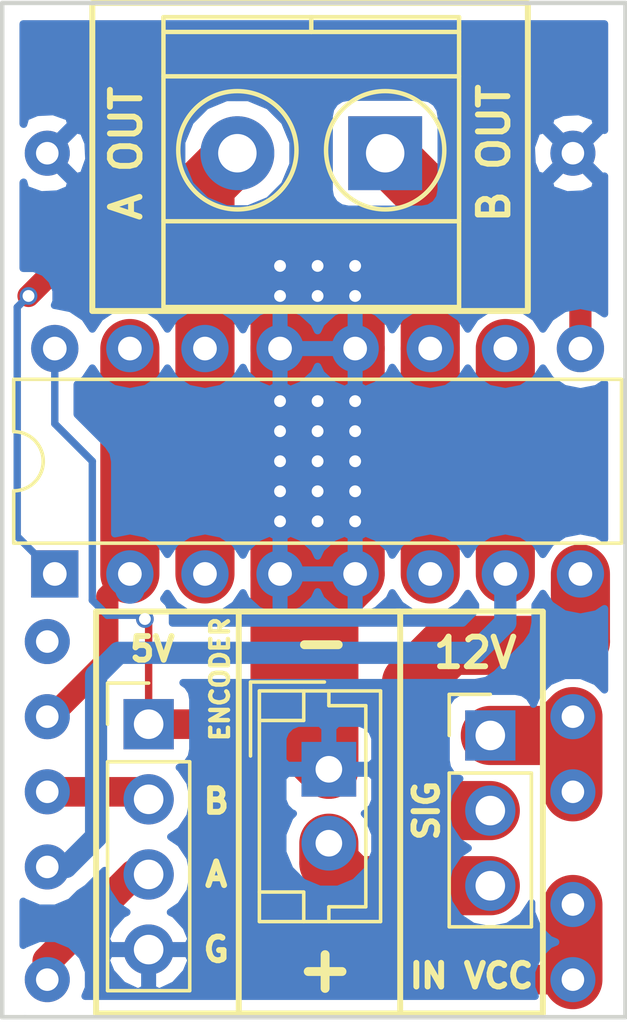
<source format=kicad_pcb>
(kicad_pcb (version 4) (host pcbnew 4.0.6+dfsg1-1)

  (general
    (links 25)
    (no_connects 0)
    (area 159.703 41.131 184.313 78.395)
    (thickness 1.6)
    (drawings 31)
    (tracks 126)
    (zones 0)
    (modules 6)
    (nets 13)
  )

  (page A4)
  (layers
    (0 F.Cu signal)
    (31 B.Cu signal)
    (32 B.Adhes user)
    (33 F.Adhes user)
    (34 B.Paste user)
    (35 F.Paste user)
    (36 B.SilkS user)
    (37 F.SilkS user)
    (38 B.Mask user)
    (39 F.Mask user)
    (40 Dwgs.User user)
    (41 Cmts.User user)
    (42 Eco1.User user)
    (43 Eco2.User user)
    (44 Edge.Cuts user)
    (45 Margin user)
    (46 B.CrtYd user hide)
    (47 F.CrtYd user)
    (48 B.Fab user)
    (49 F.Fab user hide)
  )

  (setup
    (last_trace_width 0.25)
    (user_trace_width 0.5)
    (user_trace_width 0.75)
    (user_trace_width 1)
    (user_trace_width 2)
    (user_trace_width 3)
    (trace_clearance 0.2)
    (zone_clearance 0.508)
    (zone_45_only no)
    (trace_min 0.2)
    (segment_width 0.2)
    (edge_width 0.15)
    (via_size 0.6)
    (via_drill 0.4)
    (via_min_size 0.4)
    (via_min_drill 0.3)
    (uvia_size 0.3)
    (uvia_drill 0.1)
    (uvias_allowed no)
    (uvia_min_size 0.2)
    (uvia_min_drill 0.1)
    (pcb_text_width 0.3)
    (pcb_text_size 1.5 1.5)
    (mod_edge_width 0.15)
    (mod_text_size 1 1)
    (mod_text_width 0.15)
    (pad_size 1.524 1.524)
    (pad_drill 0.762)
    (pad_to_mask_clearance 0.2)
    (aux_axis_origin 161.2138 77.2922)
    (visible_elements FFFFFF7F)
    (pcbplotparams
      (layerselection 0x010f0_80000001)
      (usegerberextensions true)
      (excludeedgelayer true)
      (linewidth 0.100000)
      (plotframeref false)
      (viasonmask false)
      (mode 1)
      (useauxorigin true)
      (hpglpennumber 1)
      (hpglpenspeed 20)
      (hpglpendiameter 15)
      (hpglpenoverlay 2)
      (psnegative false)
      (psa4output false)
      (plotreference true)
      (plotvalue true)
      (plotinvisibletext false)
      (padsonsilk false)
      (subtractmaskfromsilk false)
      (outputformat 1)
      (mirror false)
      (drillshape 0)
      (scaleselection 1)
      (outputdirectory Output/Plot/Gerber/))
  )

  (net 0 "")
  (net 1 12V)
  (net 2 VCC)
  (net 3 IN_VCC)
  (net 4 GND)
  (net 5 B_OUT)
  (net 6 A_OUT)
  (net 7 5V)
  (net 8 A_ENC)
  (net 9 A_PWM)
  (net 10 B_ENC)
  (net 11 B_PWM)
  (net 12 "Net-(U1-Pad1)")

  (net_class Default "This is the default net class."
    (clearance 0.2)
    (trace_width 0.25)
    (via_dia 0.6)
    (via_drill 0.4)
    (uvia_dia 0.3)
    (uvia_drill 0.1)
    (add_net 12V)
    (add_net 5V)
    (add_net A_ENC)
    (add_net A_OUT)
    (add_net A_PWM)
    (add_net B_ENC)
    (add_net B_OUT)
    (add_net B_PWM)
    (add_net GND)
    (add_net IN_VCC)
    (add_net "Net-(U1-Pad1)")
    (add_net VCC)
  )

  (module Aktuator_Module:Aktuator_Module (layer F.Cu) (tedit 5A89DA05) (tstamp 5A8F635E)
    (at 161.544 77.216)
    (path /5A8A015C)
    (attr virtual)
    (fp_text reference M1 (at 10.795 -1.27) (layer F.SilkS) hide
      (effects (font (size 1 1) (thickness 0.15)))
    )
    (fp_text value Aktuator_Module (at 10.16 -17.78) (layer F.Fab) hide
      (effects (font (size 1 1) (thickness 0.15)))
    )
    (fp_text user 5V (at 17.526 -2.54 90) (layer B.SilkS) hide
      (effects (font (size 1 1) (thickness 0.15)) (justify mirror))
    )
    (fp_text user S (at 2.794 -1.27) (layer B.SilkS) hide
      (effects (font (size 1 1) (thickness 0.15)) (justify mirror))
    )
    (fp_text user G (at 2.794 -29.21) (layer B.SilkS) hide
      (effects (font (size 1 1) (thickness 0.15)) (justify mirror))
    )
    (fp_text user G (at 17.526 -29.21) (layer B.SilkS) hide
      (effects (font (size 1 1) (thickness 0.15)) (justify mirror))
    )
    (fp_text user 12V (at 17.526 -8.89 90) (layer B.SilkS) hide
      (effects (font (size 1 1) (thickness 0.15)) (justify mirror))
    )
    (pad 1 thru_hole circle (at 19.05 -1.27) (size 1.524 1.524) (drill 0.762) (layers *.Cu *.Mask)
      (net 7 5V))
    (pad 1 thru_hole circle (at 19.05 -3.81) (size 1.524 1.524) (drill 0.762) (layers *.Cu *.Mask)
      (net 7 5V))
    (pad 2 thru_hole circle (at 19.05 -7.62) (size 1.524 1.524) (drill 0.762) (layers *.Cu *.Mask)
      (net 1 12V))
    (pad 2 thru_hole circle (at 19.05 -10.16) (size 1.524 1.524) (drill 0.762) (layers *.Cu *.Mask)
      (net 1 12V))
    (pad 3 thru_hole circle (at 1.27 -1.27) (size 1.524 1.524) (drill 0.762) (layers *.Cu *.Mask)
      (net 8 A_ENC))
    (pad 4 thru_hole circle (at 1.27 -29.21) (size 1.524 1.524) (drill 0.762) (layers *.Cu *.Mask)
      (net 4 GND))
    (pad 4 thru_hole circle (at 19.05 -29.21) (size 1.524 1.524) (drill 0.762) (layers *.Cu *.Mask)
      (net 4 GND))
    (pad 6 thru_hole circle (at 1.27 -5.08) (size 1.524 1.524) (drill 0.762) (layers *.Cu *.Mask)
      (net 11 B_PWM))
    (pad 7 thru_hole circle (at 1.27 -7.62) (size 1.524 1.524) (drill 0.762) (layers *.Cu *.Mask)
      (net 10 B_ENC))
    (pad 8 thru_hole circle (at 1.27 -10.16) (size 1.524 1.524) (drill 0.762) (layers *.Cu *.Mask)
      (net 9 A_PWM))
    (pad 9 thru_hole circle (at 1.27 -12.7) (size 1.524 1.524) (drill 0.762) (layers *.Cu *.Mask))
  )

  (module Pin_Headers:Pin_Header_Straight_1x03_Pitch2.54mm (layer F.Cu) (tedit 5A89D9F9) (tstamp 5A8F6322)
    (at 177.8 67.691)
    (descr "Through hole straight pin header, 1x03, 2.54mm pitch, single row")
    (tags "Through hole pin header THT 1x03 2.54mm single row")
    (path /5A8A09B5)
    (fp_text reference J1 (at 0.762 7.366) (layer F.SilkS) hide
      (effects (font (size 1 1) (thickness 0.15)))
    )
    (fp_text value CONN_01X03 (at 0 7.47) (layer F.Fab) hide
      (effects (font (size 1 1) (thickness 0.15)))
    )
    (fp_line (start -1.27 -1.27) (end -1.27 6.35) (layer F.Fab) (width 0.1))
    (fp_line (start -1.27 6.35) (end 1.27 6.35) (layer F.Fab) (width 0.1))
    (fp_line (start 1.27 6.35) (end 1.27 -1.27) (layer F.Fab) (width 0.1))
    (fp_line (start 1.27 -1.27) (end -1.27 -1.27) (layer F.Fab) (width 0.1))
    (fp_line (start -1.39 1.27) (end -1.39 6.47) (layer F.SilkS) (width 0.12))
    (fp_line (start -1.39 6.47) (end 1.39 6.47) (layer F.SilkS) (width 0.12))
    (fp_line (start 1.39 6.47) (end 1.39 1.27) (layer F.SilkS) (width 0.12))
    (fp_line (start 1.39 1.27) (end -1.39 1.27) (layer F.SilkS) (width 0.12))
    (fp_line (start -1.39 0) (end -1.39 -1.39) (layer F.SilkS) (width 0.12))
    (fp_line (start -1.39 -1.39) (end 0 -1.39) (layer F.SilkS) (width 0.12))
    (fp_line (start -1.6 -1.6) (end -1.6 6.6) (layer F.CrtYd) (width 0.05))
    (fp_line (start -1.6 6.6) (end 1.6 6.6) (layer F.CrtYd) (width 0.05))
    (fp_line (start 1.6 6.6) (end 1.6 -1.6) (layer F.CrtYd) (width 0.05))
    (fp_line (start 1.6 -1.6) (end -1.6 -1.6) (layer F.CrtYd) (width 0.05))
    (pad 1 thru_hole rect (at 0 0) (size 1.7 1.7) (drill 1) (layers *.Cu *.Mask)
      (net 1 12V))
    (pad 2 thru_hole oval (at 0 2.54) (size 1.7 1.7) (drill 1) (layers *.Cu *.Mask)
      (net 2 VCC))
    (pad 3 thru_hole oval (at 0 5.08) (size 1.7 1.7) (drill 1) (layers *.Cu *.Mask)
      (net 3 IN_VCC))
    (model Pin_Headers.3dshapes/Pin_Header_Straight_1x03_Pitch2.54mm.wrl
      (at (xyz 0 -0.1 0))
      (scale (xyz 1 1 1))
      (rotate (xyz 0 0 90))
    )
  )

  (module Connectors_Terminal_Blocks:TerminalBlock_Pheonix_MKDS1.5-2pol (layer F.Cu) (tedit 5A89DA07) (tstamp 5A8F634A)
    (at 174.244 48.006 180)
    (descr "2-way 5mm pitch terminal block, Phoenix MKDS series")
    (path /5A8A113D)
    (fp_text reference J3 (at 2.5 5.9 180) (layer F.SilkS) hide
      (effects (font (size 1 1) (thickness 0.15)))
    )
    (fp_text value Screw_Terminal_1x02 (at 2.5 -6.6 180) (layer F.Fab) hide
      (effects (font (size 1 1) (thickness 0.15)))
    )
    (fp_line (start -2.7 -5.4) (end 7.7 -5.4) (layer F.CrtYd) (width 0.05))
    (fp_line (start -2.7 4.8) (end -2.7 -5.4) (layer F.CrtYd) (width 0.05))
    (fp_line (start 7.7 4.8) (end -2.7 4.8) (layer F.CrtYd) (width 0.05))
    (fp_line (start 7.7 -5.4) (end 7.7 4.8) (layer F.CrtYd) (width 0.05))
    (fp_line (start 2.5 4.1) (end 2.5 4.6) (layer F.SilkS) (width 0.15))
    (fp_circle (center 5 0.1) (end 3 0.1) (layer F.SilkS) (width 0.15))
    (fp_circle (center 0 0.1) (end 2 0.1) (layer F.SilkS) (width 0.15))
    (fp_line (start -2.5 2.6) (end 7.5 2.6) (layer F.SilkS) (width 0.15))
    (fp_line (start -2.5 -2.3) (end 7.5 -2.3) (layer F.SilkS) (width 0.15))
    (fp_line (start -2.5 4.1) (end 7.5 4.1) (layer F.SilkS) (width 0.15))
    (fp_line (start -2.5 4.6) (end 7.5 4.6) (layer F.SilkS) (width 0.15))
    (fp_line (start 7.5 4.6) (end 7.5 -5.2) (layer F.SilkS) (width 0.15))
    (fp_line (start 7.5 -5.2) (end -2.5 -5.2) (layer F.SilkS) (width 0.15))
    (fp_line (start -2.5 -5.2) (end -2.5 4.6) (layer F.SilkS) (width 0.15))
    (pad 1 thru_hole rect (at 0 0 180) (size 2.5 2.5) (drill 1.3) (layers *.Cu *.Mask)
      (net 5 B_OUT))
    (pad 2 thru_hole circle (at 5 0 180) (size 2.5 2.5) (drill 1.3) (layers *.Cu *.Mask)
      (net 6 A_OUT))
    (model Terminal_Blocks.3dshapes/TerminalBlock_Pheonix_MKDS1.5-2pol.wrl
      (at (xyz 0.0984 0 0))
      (scale (xyz 1 1 1))
      (rotate (xyz 0 0 0))
    )
  )

  (module Housings_DIP:DIP-16_W7.62mm (layer F.Cu) (tedit 5A89D9FD) (tstamp 5A8F6381)
    (at 163.068 62.23 90)
    (descr "16-lead dip package, row spacing 7.62 mm (300 mils)")
    (tags "DIL DIP PDIP 2.54mm 7.62mm 300mil")
    (path /5A8A0355)
    (fp_text reference U1 (at 3.81 -2.39 90) (layer F.SilkS) hide
      (effects (font (size 1 1) (thickness 0.15)))
    )
    (fp_text value L293D (at 3.81 20.17 90) (layer F.Fab) hide
      (effects (font (size 1 1) (thickness 0.15)))
    )
    (fp_arc (start 3.81 -1.39) (end 2.81 -1.39) (angle -180) (layer F.SilkS) (width 0.12))
    (fp_line (start 1.635 -1.27) (end 6.985 -1.27) (layer F.Fab) (width 0.1))
    (fp_line (start 6.985 -1.27) (end 6.985 19.05) (layer F.Fab) (width 0.1))
    (fp_line (start 6.985 19.05) (end 0.635 19.05) (layer F.Fab) (width 0.1))
    (fp_line (start 0.635 19.05) (end 0.635 -0.27) (layer F.Fab) (width 0.1))
    (fp_line (start 0.635 -0.27) (end 1.635 -1.27) (layer F.Fab) (width 0.1))
    (fp_line (start 2.81 -1.39) (end 1.04 -1.39) (layer F.SilkS) (width 0.12))
    (fp_line (start 1.04 -1.39) (end 1.04 19.17) (layer F.SilkS) (width 0.12))
    (fp_line (start 1.04 19.17) (end 6.58 19.17) (layer F.SilkS) (width 0.12))
    (fp_line (start 6.58 19.17) (end 6.58 -1.39) (layer F.SilkS) (width 0.12))
    (fp_line (start 6.58 -1.39) (end 4.81 -1.39) (layer F.SilkS) (width 0.12))
    (fp_line (start -1.1 -1.6) (end -1.1 19.3) (layer F.CrtYd) (width 0.05))
    (fp_line (start -1.1 19.3) (end 8.7 19.3) (layer F.CrtYd) (width 0.05))
    (fp_line (start 8.7 19.3) (end 8.7 -1.6) (layer F.CrtYd) (width 0.05))
    (fp_line (start 8.7 -1.6) (end -1.1 -1.6) (layer F.CrtYd) (width 0.05))
    (pad 1 thru_hole rect (at 0 0 90) (size 1.6 1.6) (drill 0.8) (layers *.Cu *.Mask)
      (net 12 "Net-(U1-Pad1)"))
    (pad 9 thru_hole oval (at 7.62 17.78 90) (size 1.6 1.6) (drill 0.8) (layers *.Cu *.Mask)
      (net 12 "Net-(U1-Pad1)"))
    (pad 2 thru_hole oval (at 0 2.54 90) (size 1.6 1.6) (drill 0.8) (layers *.Cu *.Mask)
      (net 9 A_PWM))
    (pad 10 thru_hole oval (at 7.62 15.24 90) (size 1.6 1.6) (drill 0.8) (layers *.Cu *.Mask)
      (net 11 B_PWM))
    (pad 3 thru_hole oval (at 0 5.08 90) (size 1.6 1.6) (drill 0.8) (layers *.Cu *.Mask)
      (net 6 A_OUT))
    (pad 11 thru_hole oval (at 7.62 12.7 90) (size 1.6 1.6) (drill 0.8) (layers *.Cu *.Mask)
      (net 5 B_OUT))
    (pad 4 thru_hole oval (at 0 7.62 90) (size 1.6 1.6) (drill 0.8) (layers *.Cu *.Mask)
      (net 4 GND))
    (pad 12 thru_hole oval (at 7.62 10.16 90) (size 1.6 1.6) (drill 0.8) (layers *.Cu *.Mask)
      (net 4 GND))
    (pad 5 thru_hole oval (at 0 10.16 90) (size 1.6 1.6) (drill 0.8) (layers *.Cu *.Mask)
      (net 4 GND))
    (pad 13 thru_hole oval (at 7.62 7.62 90) (size 1.6 1.6) (drill 0.8) (layers *.Cu *.Mask)
      (net 4 GND))
    (pad 6 thru_hole oval (at 0 12.7 90) (size 1.6 1.6) (drill 0.8) (layers *.Cu *.Mask)
      (net 5 B_OUT))
    (pad 14 thru_hole oval (at 7.62 5.08 90) (size 1.6 1.6) (drill 0.8) (layers *.Cu *.Mask)
      (net 6 A_OUT))
    (pad 7 thru_hole oval (at 0 15.24 90) (size 1.6 1.6) (drill 0.8) (layers *.Cu *.Mask)
      (net 11 B_PWM))
    (pad 15 thru_hole oval (at 7.62 2.54 90) (size 1.6 1.6) (drill 0.8) (layers *.Cu *.Mask)
      (net 9 A_PWM))
    (pad 8 thru_hole oval (at 0 17.78 90) (size 1.6 1.6) (drill 0.8) (layers *.Cu *.Mask)
      (net 2 VCC))
    (pad 16 thru_hole oval (at 7.62 0 90) (size 1.6 1.6) (drill 0.8) (layers *.Cu *.Mask)
      (net 7 5V))
    (model Housings_DIP.3dshapes/DIP-16_W7.62mm.wrl
      (at (xyz 0 0 0))
      (scale (xyz 1 1 1))
      (rotate (xyz 0 0 0))
    )
  )

  (module Connectors_JST:JST_EH_B02B-EH-A_02x2.50mm_Straight (layer F.Cu) (tedit 5A89D9EF) (tstamp 5A9597E4)
    (at 172.339 68.834 270)
    (descr "JST EH series connector, B02B-EH-A, 2.50mm pitch, top entry")
    (tags "connector jst eh top vertical straight")
    (path /5A8A0B15)
    (fp_text reference J2 (at 1.25 -3 270) (layer F.SilkS) hide
      (effects (font (size 1 1) (thickness 0.15)))
    )
    (fp_text value Screw_Terminal_1x02 (at 1.25 3.5 270) (layer F.Fab) hide
      (effects (font (size 1 1) (thickness 0.15)))
    )
    (fp_text user %R (at 1.25 -3 270) (layer F.Fab)
      (effects (font (size 1 1) (thickness 0.15)))
    )
    (fp_line (start -2.5 -1.6) (end -2.5 2.2) (layer F.Fab) (width 0.1))
    (fp_line (start -2.5 2.2) (end 5 2.2) (layer F.Fab) (width 0.1))
    (fp_line (start 5 2.2) (end 5 -1.6) (layer F.Fab) (width 0.1))
    (fp_line (start 5 -1.6) (end -2.5 -1.6) (layer F.Fab) (width 0.1))
    (fp_line (start -2.65 -1.75) (end -2.65 2.35) (layer F.SilkS) (width 0.12))
    (fp_line (start -2.65 2.35) (end 5.15 2.35) (layer F.SilkS) (width 0.12))
    (fp_line (start 5.15 2.35) (end 5.15 -1.75) (layer F.SilkS) (width 0.12))
    (fp_line (start 5.15 -1.75) (end -2.65 -1.75) (layer F.SilkS) (width 0.12))
    (fp_line (start -2.65 0) (end -2.15 0) (layer F.SilkS) (width 0.12))
    (fp_line (start -2.15 0) (end -2.15 -1.25) (layer F.SilkS) (width 0.12))
    (fp_line (start -2.15 -1.25) (end 4.65 -1.25) (layer F.SilkS) (width 0.12))
    (fp_line (start 4.65 -1.25) (end 4.65 0) (layer F.SilkS) (width 0.12))
    (fp_line (start 4.65 0) (end 5.15 0) (layer F.SilkS) (width 0.12))
    (fp_line (start -2.65 0.85) (end -1.65 0.85) (layer F.SilkS) (width 0.12))
    (fp_line (start -1.65 0.85) (end -1.65 2.35) (layer F.SilkS) (width 0.12))
    (fp_line (start 5.15 0.85) (end 4.15 0.85) (layer F.SilkS) (width 0.12))
    (fp_line (start 4.15 0.85) (end 4.15 2.35) (layer F.SilkS) (width 0.12))
    (fp_line (start -2.95 0.15) (end -2.95 2.65) (layer F.SilkS) (width 0.12))
    (fp_line (start -2.95 2.65) (end -0.45 2.65) (layer F.SilkS) (width 0.12))
    (fp_line (start -2.95 0.15) (end -2.95 2.65) (layer F.Fab) (width 0.1))
    (fp_line (start -2.95 2.65) (end -0.45 2.65) (layer F.Fab) (width 0.1))
    (fp_line (start -3.15 -2.25) (end -3.15 2.85) (layer F.CrtYd) (width 0.05))
    (fp_line (start -3.15 2.85) (end 5.65 2.85) (layer F.CrtYd) (width 0.05))
    (fp_line (start 5.65 2.85) (end 5.65 -2.25) (layer F.CrtYd) (width 0.05))
    (fp_line (start 5.65 -2.25) (end -3.15 -2.25) (layer F.CrtYd) (width 0.05))
    (pad 1 thru_hole rect (at 0 0 270) (size 1.85 1.85) (drill 0.9) (layers *.Cu *.Mask)
      (net 4 GND))
    (pad 2 thru_hole circle (at 2.5 0 270) (size 1.85 1.85) (drill 0.9) (layers *.Cu *.Mask)
      (net 3 IN_VCC))
    (model Connectors_JST.3dshapes/JST_EH_B02B-EH-A_02x2.50mm_Straight.wrl
      (at (xyz 0 0 0))
      (scale (xyz 1 1 1))
      (rotate (xyz 0 0 0))
    )
  )

  (module Pin_Headers:Pin_Header_Straight_1x04_Pitch2.54mm (layer F.Cu) (tedit 5A89D9F6) (tstamp 5A959818)
    (at 166.243 67.31)
    (descr "Through hole straight pin header, 1x04, 2.54mm pitch, single row")
    (tags "Through hole pin header THT 1x04 2.54mm single row")
    (path /5A8A160B)
    (fp_text reference J4 (at 0 -2.39) (layer F.SilkS) hide
      (effects (font (size 1 1) (thickness 0.15)))
    )
    (fp_text value CONN_01X04 (at 0 10.01) (layer F.Fab) hide
      (effects (font (size 1 1) (thickness 0.15)))
    )
    (fp_line (start -1.27 -1.27) (end -1.27 8.89) (layer F.Fab) (width 0.1))
    (fp_line (start -1.27 8.89) (end 1.27 8.89) (layer F.Fab) (width 0.1))
    (fp_line (start 1.27 8.89) (end 1.27 -1.27) (layer F.Fab) (width 0.1))
    (fp_line (start 1.27 -1.27) (end -1.27 -1.27) (layer F.Fab) (width 0.1))
    (fp_line (start -1.39 1.27) (end -1.39 9.01) (layer F.SilkS) (width 0.12))
    (fp_line (start -1.39 9.01) (end 1.39 9.01) (layer F.SilkS) (width 0.12))
    (fp_line (start 1.39 9.01) (end 1.39 1.27) (layer F.SilkS) (width 0.12))
    (fp_line (start 1.39 1.27) (end -1.39 1.27) (layer F.SilkS) (width 0.12))
    (fp_line (start -1.39 0) (end -1.39 -1.39) (layer F.SilkS) (width 0.12))
    (fp_line (start -1.39 -1.39) (end 0 -1.39) (layer F.SilkS) (width 0.12))
    (fp_line (start -1.6 -1.6) (end -1.6 9.2) (layer F.CrtYd) (width 0.05))
    (fp_line (start -1.6 9.2) (end 1.6 9.2) (layer F.CrtYd) (width 0.05))
    (fp_line (start 1.6 9.2) (end 1.6 -1.6) (layer F.CrtYd) (width 0.05))
    (fp_line (start 1.6 -1.6) (end -1.6 -1.6) (layer F.CrtYd) (width 0.05))
    (pad 1 thru_hole rect (at 0 0) (size 1.7 1.7) (drill 1) (layers *.Cu *.Mask)
      (net 7 5V))
    (pad 2 thru_hole oval (at 0 2.54) (size 1.7 1.7) (drill 1) (layers *.Cu *.Mask)
      (net 10 B_ENC))
    (pad 3 thru_hole oval (at 0 5.08) (size 1.7 1.7) (drill 1) (layers *.Cu *.Mask)
      (net 8 A_ENC))
    (pad 4 thru_hole oval (at 0 7.62) (size 1.7 1.7) (drill 1) (layers *.Cu *.Mask)
      (net 4 GND))
    (model Pin_Headers.3dshapes/Pin_Header_Straight_1x04_Pitch2.54mm.wrl
      (at (xyz 0 -0.15 0))
      (scale (xyz 1 1 1))
      (rotate (xyz 0 0 90))
    )
  )

  (gr_line (start 179.07 42.926) (end 164.338 42.926) (angle 90) (layer F.SilkS) (width 0.2))
  (gr_line (start 179.07 53.34) (end 179.07 42.926) (angle 90) (layer F.SilkS) (width 0.2))
  (gr_line (start 164.338 53.34) (end 179.07 53.34) (angle 90) (layer F.SilkS) (width 0.2))
  (gr_line (start 164.338 42.926) (end 164.338 53.34) (angle 90) (layer F.SilkS) (width 0.2))
  (gr_text "B OUT" (at 177.927 48.006 90) (layer F.SilkS)
    (effects (font (size 1 1) (thickness 0.2)))
  )
  (gr_text "A OUT" (at 165.481 48.006 90) (layer F.SilkS)
    (effects (font (size 1 1) (thickness 0.2)))
  )
  (gr_text ENCODER (at 168.656 65.786 90) (layer F.SilkS)
    (effects (font (size 0.6 0.6) (thickness 0.15)))
  )
  (gr_text G (at 168.529 74.93) (layer F.SilkS)
    (effects (font (size 0.8 0.8) (thickness 0.2)))
  )
  (gr_text A (at 168.529 72.39) (layer F.SilkS)
    (effects (font (size 0.8 0.8) (thickness 0.2)))
  )
  (gr_text B (at 168.529 69.9135) (layer F.SilkS)
    (effects (font (size 0.8 0.8) (thickness 0.2)))
  )
  (gr_text 5V (at 166.37 64.77) (layer F.SilkS)
    (effects (font (size 0.8 0.8) (thickness 0.2)))
  )
  (gr_text SIG (at 175.641 70.231 90) (layer F.SilkS)
    (effects (font (size 0.8 0.8) (thickness 0.2)))
  )
  (gr_text 12V (at 177.292 64.897) (layer F.SilkS)
    (effects (font (size 1 1) (thickness 0.2)))
  )
  (gr_text "IN VCC" (at 177.165 75.819) (layer F.SilkS)
    (effects (font (size 0.8 0.8) (thickness 0.2)))
  )
  (gr_text + (at 172.212 75.565) (layer F.SilkS)
    (effects (font (size 1.5 1.5) (thickness 0.3)))
  )
  (gr_text - (at 172.085 64.516) (layer F.SilkS)
    (effects (font (size 1.5 1.5) (thickness 0.3)))
  )
  (gr_line (start 164.465 77.089) (end 169.291 77.089) (angle 90) (layer F.SilkS) (width 0.2))
  (gr_line (start 164.465 63.5) (end 164.465 77.089) (angle 90) (layer F.SilkS) (width 0.2))
  (gr_line (start 169.291 63.5) (end 164.465 63.5) (angle 90) (layer F.SilkS) (width 0.2))
  (gr_line (start 179.578 63.5) (end 174.625 63.5) (angle 90) (layer F.SilkS) (width 0.2))
  (gr_line (start 179.578 77.089) (end 179.578 63.5) (angle 90) (layer F.SilkS) (width 0.2))
  (gr_line (start 174.752 77.089) (end 179.578 77.089) (angle 90) (layer F.SilkS) (width 0.2))
  (gr_line (start 174.752 63.5) (end 169.291 63.5) (angle 90) (layer F.SilkS) (width 0.2))
  (gr_line (start 174.752 77.089) (end 174.752 63.5) (angle 90) (layer F.SilkS) (width 0.2))
  (gr_line (start 169.291 77.089) (end 174.752 77.089) (angle 90) (layer F.SilkS) (width 0.2))
  (gr_line (start 169.291 63.5) (end 169.291 77.089) (angle 90) (layer F.SilkS) (width 0.2))
  (gr_line (start 161.29 77.216) (end 162.052 77.216) (angle 90) (layer Edge.Cuts) (width 0.15))
  (gr_line (start 161.29 42.926) (end 161.29 77.216) (angle 90) (layer Edge.Cuts) (width 0.15))
  (gr_line (start 182.372 42.926) (end 161.29 42.926) (angle 90) (layer Edge.Cuts) (width 0.15))
  (gr_line (start 182.372 77.216) (end 182.372 42.926) (angle 90) (layer Edge.Cuts) (width 0.15))
  (gr_line (start 162.052 77.216) (end 182.372 77.216) (angle 90) (layer Edge.Cuts) (width 0.15))

  (segment (start 177.8 67.691) (end 179.959 67.691) (width 2) (layer F.Cu) (net 1))
  (segment (start 179.959 67.691) (end 180.594 67.056) (width 2) (layer F.Cu) (net 1) (tstamp 5A959DD1))
  (segment (start 180.594 67.056) (end 180.594 69.596) (width 2) (layer F.Cu) (net 1))
  (segment (start 177.8 70.231) (end 175.387 70.231) (width 2) (layer F.Cu) (net 2))
  (segment (start 180.848 64.516) (end 180.848 62.23) (width 2) (layer F.Cu) (net 2) (tstamp 5A959DD9))
  (segment (start 180.721 64.643) (end 180.848 64.516) (width 2) (layer F.Cu) (net 2) (tstamp 5A959DD8))
  (segment (start 176.403 64.643) (end 180.721 64.643) (width 2) (layer F.Cu) (net 2) (tstamp 5A959DD7))
  (segment (start 175.133 65.913) (end 176.403 64.643) (width 2) (layer F.Cu) (net 2) (tstamp 5A959DD6))
  (segment (start 175.133 69.977) (end 175.133 65.913) (width 2) (layer F.Cu) (net 2) (tstamp 5A959DD5))
  (segment (start 175.387 70.231) (end 175.133 69.977) (width 2) (layer F.Cu) (net 2) (tstamp 5A959DD4))
  (segment (start 172.339 71.334) (end 172.339 72.009) (width 2) (layer F.Cu) (net 3))
  (segment (start 172.339 72.009) (end 173.101 72.771) (width 2) (layer F.Cu) (net 3) (tstamp 5A959DDC))
  (segment (start 173.101 72.771) (end 177.8 72.771) (width 2) (layer F.Cu) (net 3) (tstamp 5A959DDD))
  (segment (start 172.339 68.834) (end 172.339 63.119) (width 2) (layer F.Cu) (net 4))
  (segment (start 172.339 63.119) (end 173.228 62.23) (width 2) (layer F.Cu) (net 4) (tstamp 5A959DB3))
  (segment (start 170.688 62.23) (end 170.688 67.183) (width 2) (layer F.Cu) (net 4))
  (segment (start 170.688 67.183) (end 172.339 68.834) (width 2) (layer F.Cu) (net 4) (tstamp 5A959DB0))
  (via (at 173.228 60.452) (size 0.6) (drill 0.4) (layers F.Cu B.Cu) (net 4))
  (segment (start 173.228 56.388) (end 173.228 54.61) (width 2) (layer F.Cu) (net 4) (tstamp 5A959BA7))
  (segment (start 173.228 57.404) (end 173.228 56.388) (width 2) (layer F.Cu) (net 4) (tstamp 5A959BB2))
  (segment (start 173.228 58.42) (end 173.228 57.404) (width 2) (layer F.Cu) (net 4) (tstamp 5A959BB7))
  (segment (start 173.228 59.436) (end 173.228 58.42) (width 2) (layer F.Cu) (net 4) (tstamp 5A959BBC))
  (segment (start 173.228 60.452) (end 173.228 59.436) (width 2) (layer F.Cu) (net 4) (tstamp 5A959BC2))
  (segment (start 173.228 62.23) (end 173.228 60.452) (width 2) (layer F.Cu) (net 4))
  (via (at 173.228 56.388) (size 0.6) (drill 0.4) (layers F.Cu B.Cu) (net 4))
  (via (at 173.228 57.404) (size 0.6) (drill 0.4) (layers F.Cu B.Cu) (net 4))
  (via (at 173.228 58.42) (size 0.6) (drill 0.4) (layers F.Cu B.Cu) (net 4))
  (via (at 173.228 59.436) (size 0.6) (drill 0.4) (layers F.Cu B.Cu) (net 4))
  (segment (start 171.958 51.816) (end 173.228 51.816) (width 2) (layer F.Cu) (net 4) (tstamp 5A959B5B))
  (via (at 171.958 51.816) (size 0.6) (drill 0.4) (layers F.Cu B.Cu) (net 4))
  (segment (start 170.688 51.816) (end 171.958 51.816) (width 2) (layer F.Cu) (net 4) (tstamp 5A959B4C))
  (via (at 173.228 51.816) (size 0.6) (drill 0.4) (layers F.Cu B.Cu) (net 4))
  (via (at 170.688 51.816) (size 0.6) (drill 0.4) (layers F.Cu B.Cu) (net 4))
  (via (at 170.688 60.452) (size 0.6) (drill 0.4) (layers F.Cu B.Cu) (net 4))
  (segment (start 170.688 60.452) (end 170.688 62.23) (width 2) (layer F.Cu) (net 4) (tstamp 5A959B88))
  (segment (start 170.688 59.436) (end 170.688 60.452) (width 2) (layer F.Cu) (net 4) (tstamp 5A959B83))
  (segment (start 170.688 58.42) (end 170.688 59.436) (width 2) (layer F.Cu) (net 4) (tstamp 5A959B7E))
  (segment (start 170.688 57.404) (end 170.688 58.42) (width 2) (layer F.Cu) (net 4) (tstamp 5A959B79))
  (segment (start 170.688 56.388) (end 170.688 57.404) (width 2) (layer F.Cu) (net 4) (tstamp 5A959B74))
  (segment (start 170.688 54.61) (end 170.688 56.388) (width 2) (layer F.Cu) (net 4))
  (via (at 170.688 56.388) (size 0.6) (drill 0.4) (layers F.Cu B.Cu) (net 4))
  (via (at 170.688 57.404) (size 0.6) (drill 0.4) (layers F.Cu B.Cu) (net 4))
  (via (at 170.688 58.42) (size 0.6) (drill 0.4) (layers F.Cu B.Cu) (net 4))
  (via (at 170.688 59.436) (size 0.6) (drill 0.4) (layers F.Cu B.Cu) (net 4))
  (segment (start 170.688 52.832) (end 170.688 51.816) (width 2) (layer F.Cu) (net 4) (tstamp 5A959B63))
  (via (at 170.688 52.832) (size 0.6) (drill 0.4) (layers F.Cu B.Cu) (net 4))
  (segment (start 170.688 54.61) (end 170.688 52.832) (width 2) (layer F.Cu) (net 4))
  (via (at 171.958 60.452) (size 0.6) (drill 0.4) (layers F.Cu B.Cu) (net 4))
  (segment (start 171.958 60.452) (end 171.958 62.23) (width 2) (layer F.Cu) (net 4) (tstamp 5A959BA2))
  (segment (start 171.958 59.436) (end 171.958 60.452) (width 2) (layer F.Cu) (net 4) (tstamp 5A959B9D))
  (segment (start 171.958 58.42) (end 171.958 59.436) (width 2) (layer F.Cu) (net 4) (tstamp 5A959B97))
  (segment (start 171.958 57.404) (end 171.958 58.42) (width 2) (layer F.Cu) (net 4) (tstamp 5A959B92))
  (segment (start 171.958 56.388) (end 171.958 57.404) (width 2) (layer F.Cu) (net 4) (tstamp 5A959B8D))
  (segment (start 171.958 55.118) (end 171.958 56.388) (width 2) (layer F.Cu) (net 4) (tstamp 5A959B50))
  (via (at 171.958 56.388) (size 0.6) (drill 0.4) (layers F.Cu B.Cu) (net 4))
  (via (at 171.958 57.404) (size 0.6) (drill 0.4) (layers F.Cu B.Cu) (net 4))
  (via (at 171.958 58.42) (size 0.6) (drill 0.4) (layers F.Cu B.Cu) (net 4))
  (via (at 171.958 59.436) (size 0.6) (drill 0.4) (layers F.Cu B.Cu) (net 4))
  (segment (start 171.958 52.832) (end 171.958 55.118) (width 2) (layer F.Cu) (net 4))
  (via (at 171.958 52.832) (size 0.6) (drill 0.4) (layers F.Cu B.Cu) (net 4))
  (via (at 173.228 52.832) (size 0.6) (drill 0.4) (layers F.Cu B.Cu) (net 4))
  (segment (start 173.228 52.832) (end 173.228 54.61) (width 2) (layer F.Cu) (net 4) (tstamp 5A959B6B))
  (segment (start 173.228 51.816) (end 173.228 52.832) (width 2) (layer F.Cu) (net 4) (tstamp 5A959B4D))
  (segment (start 171.958 54.61) (end 171.958 55.118) (width 2) (layer F.Cu) (net 4))
  (segment (start 171.958 62.23) (end 171.958 61.722) (width 2) (layer F.Cu) (net 4) (tstamp 5A959B47))
  (segment (start 171.958 61.722) (end 171.958 62.23) (width 2) (layer F.Cu) (net 4) (tstamp 5A959B49))
  (segment (start 170.688 62.23) (end 171.958 62.23) (width 2) (layer F.Cu) (net 4))
  (segment (start 171.958 62.23) (end 173.228 62.23) (width 2) (layer F.Cu) (net 4) (tstamp 5A959B4A))
  (segment (start 170.688 54.61) (end 171.958 54.61) (width 2) (layer F.Cu) (net 4))
  (segment (start 171.958 54.61) (end 173.228 54.61) (width 2) (layer F.Cu) (net 4) (tstamp 5A959B45))
  (segment (start 175.768 62.23) (end 175.768 54.61) (width 2) (layer F.Cu) (net 5))
  (segment (start 175.768 54.61) (end 175.768 49.53) (width 2) (layer F.Cu) (net 5))
  (segment (start 175.768 49.53) (end 174.244 48.006) (width 2) (layer F.Cu) (net 5) (tstamp 5A959B32))
  (segment (start 168.148 54.61) (end 168.148 62.23) (width 2) (layer F.Cu) (net 6))
  (segment (start 168.148 54.61) (end 168.148 49.102) (width 2) (layer F.Cu) (net 6))
  (segment (start 168.148 49.102) (end 169.244 48.006) (width 2) (layer F.Cu) (net 6) (tstamp 5A959B2F))
  (segment (start 166.243 67.31) (end 166.243 63.881) (width 0.25) (layer F.Cu) (net 7))
  (segment (start 163.068 57.15) (end 163.068 54.61) (width 0.25) (layer B.Cu) (net 7) (tstamp 5A959DF4))
  (segment (start 164.338 58.42) (end 163.068 57.15) (width 0.25) (layer B.Cu) (net 7) (tstamp 5A959DF2))
  (segment (start 164.338 63.119) (end 164.338 58.42) (width 0.25) (layer B.Cu) (net 7) (tstamp 5A959DF1))
  (segment (start 164.846 63.627) (end 164.338 63.119) (width 0.25) (layer B.Cu) (net 7) (tstamp 5A959DF0))
  (segment (start 165.989 63.627) (end 164.846 63.627) (width 0.25) (layer B.Cu) (net 7) (tstamp 5A959DEF))
  (segment (start 166.116 63.754) (end 165.989 63.627) (width 0.25) (layer B.Cu) (net 7) (tstamp 5A959DEE))
  (via (at 166.116 63.754) (size 0.6) (drill 0.4) (layers F.Cu B.Cu) (net 7))
  (segment (start 166.243 63.881) (end 166.116 63.754) (width 0.25) (layer F.Cu) (net 7) (tstamp 5A959DEC))
  (segment (start 180.594 75.946) (end 168.91 75.946) (width 1) (layer F.Cu) (net 7))
  (segment (start 168.402 67.31) (end 166.243 67.31) (width 1) (layer F.Cu) (net 7) (tstamp 5A959D96))
  (segment (start 168.656 67.564) (end 168.402 67.31) (width 1) (layer F.Cu) (net 7) (tstamp 5A959D95))
  (segment (start 168.656 75.692) (end 168.656 67.564) (width 1) (layer F.Cu) (net 7) (tstamp 5A959D94))
  (segment (start 168.91 75.946) (end 168.656 75.692) (width 1) (layer F.Cu) (net 7) (tstamp 5A959D93))
  (segment (start 180.594 75.946) (end 180.594 73.406) (width 2) (layer F.Cu) (net 7))
  (segment (start 180.594 75.946) (end 180.467 75.946) (width 0.75) (layer B.Cu) (net 7))
  (segment (start 162.814 75.946) (end 162.814 75.311) (width 1) (layer F.Cu) (net 8))
  (segment (start 162.814 75.311) (end 165.735 72.39) (width 1) (layer F.Cu) (net 8) (tstamp 5A959D85))
  (segment (start 165.735 72.39) (end 166.243 72.39) (width 1) (layer F.Cu) (net 8) (tstamp 5A959D86))
  (segment (start 162.814 67.056) (end 162.941 67.056) (width 0.75) (layer F.Cu) (net 9))
  (segment (start 162.941 67.056) (end 164.846 65.151) (width 0.75) (layer F.Cu) (net 9) (tstamp 5A959DA3))
  (segment (start 164.846 65.151) (end 164.846 62.992) (width 0.75) (layer F.Cu) (net 9) (tstamp 5A959DA4))
  (segment (start 164.846 62.992) (end 165.608 62.23) (width 0.75) (layer F.Cu) (net 9) (tstamp 5A959DA5))
  (segment (start 165.608 62.23) (end 165.608 62.611) (width 0.75) (layer B.Cu) (net 9))
  (segment (start 165.608 62.738) (end 165.608 62.23) (width 1) (layer B.Cu) (net 9) (tstamp 5A959C1E))
  (segment (start 165.608 54.61) (end 165.608 62.23) (width 2) (layer F.Cu) (net 9))
  (segment (start 162.814 69.596) (end 165.989 69.596) (width 1) (layer F.Cu) (net 10))
  (segment (start 165.989 69.596) (end 166.243 69.85) (width 1) (layer F.Cu) (net 10) (tstamp 5A959D89))
  (segment (start 162.814 72.136) (end 163.449 72.136) (width 0.75) (layer B.Cu) (net 11))
  (segment (start 163.449 72.136) (end 164.465 71.12) (width 0.75) (layer B.Cu) (net 11) (tstamp 5A959DF9))
  (segment (start 164.465 71.12) (end 164.465 65.659) (width 0.75) (layer B.Cu) (net 11) (tstamp 5A959DFA))
  (segment (start 164.465 65.659) (end 165.227 64.897) (width 0.75) (layer B.Cu) (net 11) (tstamp 5A959DFB))
  (segment (start 165.227 64.897) (end 177.292 64.897) (width 0.75) (layer B.Cu) (net 11) (tstamp 5A959DFC))
  (segment (start 177.292 64.897) (end 178.308 63.881) (width 0.75) (layer B.Cu) (net 11) (tstamp 5A959DFD))
  (segment (start 178.308 63.881) (end 178.308 62.23) (width 0.75) (layer B.Cu) (net 11) (tstamp 5A959DFE))
  (segment (start 178.308 62.865) (end 178.308 62.23) (width 0.75) (layer B.Cu) (net 11) (tstamp 5A959C44))
  (segment (start 178.308 54.61) (end 178.308 62.23) (width 2) (layer F.Cu) (net 11))
  (via (at 162.179 52.832) (size 0.6) (drill 0.4) (layers F.Cu B.Cu) (net 12))
  (segment (start 180.848 52.705) (end 178.054 49.911) (width 0.75) (layer F.Cu) (net 12) (tstamp 5A959E13))
  (segment (start 178.054 49.911) (end 178.054 46.355) (width 0.75) (layer F.Cu) (net 12) (tstamp 5A959E14))
  (segment (start 178.054 46.355) (end 176.53 44.831) (width 0.75) (layer F.Cu) (net 12) (tstamp 5A959E15))
  (segment (start 176.53 44.831) (end 167.259 44.831) (width 0.75) (layer F.Cu) (net 12) (tstamp 5A959E16))
  (segment (start 167.259 44.831) (end 164.973 47.117) (width 0.75) (layer F.Cu) (net 12) (tstamp 5A959E17))
  (segment (start 164.973 47.117) (end 164.973 50.038) (width 0.75) (layer F.Cu) (net 12) (tstamp 5A959E18))
  (segment (start 164.973 50.038) (end 162.179 52.832) (width 0.75) (layer F.Cu) (net 12) (tstamp 5A959E19))
  (segment (start 180.848 54.61) (end 180.848 52.705) (width 0.75) (layer F.Cu) (net 12))
  (segment (start 161.798 60.96) (end 163.068 62.23) (width 0.25) (layer B.Cu) (net 12) (tstamp 5A959E1F))
  (segment (start 161.798 53.213) (end 161.798 60.96) (width 0.25) (layer B.Cu) (net 12) (tstamp 5A959E1E))
  (segment (start 162.179 52.832) (end 161.798 53.213) (width 0.25) (layer B.Cu) (net 12) (tstamp 5A959E1D))
  (segment (start 163.068 62.23) (end 163.195 62.23) (width 0.25) (layer F.Cu) (net 12))

  (zone (net 4) (net_name GND) (layer B.Cu) (tstamp 5A959BD5) (hatch edge 0.508)
    (connect_pads (clearance 0.508))
    (min_thickness 0.254)
    (fill yes (arc_segments 16) (thermal_gap 0.508) (thermal_bridge_width 0.508))
    (polygon
      (pts
        (xy 161.29 42.926) (xy 182.372 42.926) (xy 182.372 77.216) (xy 161.29 77.216)
      )
    )
    (filled_polygon
      (pts
        (xy 179.833302 63.272811) (xy 180.298849 63.58388) (xy 180.848 63.693113) (xy 181.397151 63.58388) (xy 181.662 63.406913)
        (xy 181.662 66.148483) (xy 181.38637 65.872371) (xy 180.8731 65.659243) (xy 180.317339 65.658758) (xy 179.803697 65.87099)
        (xy 179.410371 66.26363) (xy 179.257895 66.630835) (xy 179.253162 66.605683) (xy 179.11409 66.389559) (xy 178.90189 66.244569)
        (xy 178.65 66.19356) (xy 176.95 66.19356) (xy 176.714683 66.237838) (xy 176.498559 66.37691) (xy 176.353569 66.58911)
        (xy 176.30256 66.841) (xy 176.30256 68.541) (xy 176.346838 68.776317) (xy 176.48591 68.992441) (xy 176.69811 69.137431)
        (xy 176.765541 69.151086) (xy 176.720853 69.180946) (xy 176.398946 69.662715) (xy 176.285907 70.231) (xy 176.398946 70.799285)
        (xy 176.720853 71.281054) (xy 177.050026 71.501) (xy 176.720853 71.720946) (xy 176.398946 72.202715) (xy 176.285907 72.771)
        (xy 176.398946 73.339285) (xy 176.720853 73.821054) (xy 177.202622 74.142961) (xy 177.770907 74.256) (xy 177.829093 74.256)
        (xy 178.397378 74.142961) (xy 178.879147 73.821054) (xy 179.197052 73.345274) (xy 179.196758 73.682661) (xy 179.40899 74.196303)
        (xy 179.80163 74.589629) (xy 180.009512 74.675949) (xy 179.803697 74.76099) (xy 179.410371 75.15363) (xy 179.197243 75.6669)
        (xy 179.196758 76.222661) (xy 179.313831 76.506) (xy 164.094117 76.506) (xy 164.210757 76.2251) (xy 164.211242 75.669339)
        (xy 164.053218 75.28689) (xy 164.801524 75.28689) (xy 164.971355 75.696924) (xy 165.361642 76.125183) (xy 165.886108 76.371486)
        (xy 166.116 76.250819) (xy 166.116 75.057) (xy 166.37 75.057) (xy 166.37 76.250819) (xy 166.599892 76.371486)
        (xy 167.124358 76.125183) (xy 167.514645 75.696924) (xy 167.684476 75.28689) (xy 167.563155 75.057) (xy 166.37 75.057)
        (xy 166.116 75.057) (xy 164.922845 75.057) (xy 164.801524 75.28689) (xy 164.053218 75.28689) (xy 163.99901 75.155697)
        (xy 163.60637 74.762371) (xy 163.0931 74.549243) (xy 162.537339 74.548758) (xy 162.023697 74.76099) (xy 162 74.784646)
        (xy 162 73.297961) (xy 162.02163 73.319629) (xy 162.5349 73.532757) (xy 163.090661 73.533242) (xy 163.604303 73.32101)
        (xy 163.899398 73.026429) (xy 164.163178 72.850178) (xy 164.755116 72.25824) (xy 164.728907 72.39) (xy 164.841946 72.958285)
        (xy 165.163853 73.440054) (xy 165.504553 73.667702) (xy 165.361642 73.734817) (xy 164.971355 74.163076) (xy 164.801524 74.57311)
        (xy 164.922845 74.803) (xy 166.116 74.803) (xy 166.116 74.783) (xy 166.37 74.783) (xy 166.37 74.803)
        (xy 167.563155 74.803) (xy 167.684476 74.57311) (xy 167.514645 74.163076) (xy 167.124358 73.734817) (xy 166.981447 73.667702)
        (xy 167.322147 73.440054) (xy 167.644054 72.958285) (xy 167.757093 72.39) (xy 167.644054 71.821715) (xy 167.524602 71.642942)
        (xy 170.77873 71.642942) (xy 171.015725 72.216514) (xy 171.454177 72.655732) (xy 172.027336 72.893728) (xy 172.647942 72.89427)
        (xy 173.221514 72.657275) (xy 173.660732 72.218823) (xy 173.898728 71.645664) (xy 173.89927 71.025058) (xy 173.662275 70.451486)
        (xy 173.542118 70.331119) (xy 173.623699 70.297327) (xy 173.802327 70.118698) (xy 173.899 69.885309) (xy 173.899 69.11975)
        (xy 173.74025 68.961) (xy 172.466 68.961) (xy 172.466 68.981) (xy 172.212 68.981) (xy 172.212 68.961)
        (xy 170.93775 68.961) (xy 170.779 69.11975) (xy 170.779 69.885309) (xy 170.875673 70.118698) (xy 171.054301 70.297327)
        (xy 171.135635 70.331017) (xy 171.017268 70.449177) (xy 170.779272 71.022336) (xy 170.77873 71.642942) (xy 167.524602 71.642942)
        (xy 167.322147 71.339946) (xy 166.992974 71.12) (xy 167.322147 70.900054) (xy 167.644054 70.418285) (xy 167.757093 69.85)
        (xy 167.644054 69.281715) (xy 167.322147 68.799946) (xy 167.280548 68.77215) (xy 167.328317 68.763162) (xy 167.544441 68.62409)
        (xy 167.689431 68.41189) (xy 167.74044 68.16) (xy 167.74044 67.782691) (xy 170.779 67.782691) (xy 170.779 68.54825)
        (xy 170.93775 68.707) (xy 172.212 68.707) (xy 172.212 67.43275) (xy 172.466 67.43275) (xy 172.466 68.707)
        (xy 173.74025 68.707) (xy 173.899 68.54825) (xy 173.899 67.782691) (xy 173.802327 67.549302) (xy 173.623699 67.370673)
        (xy 173.39031 67.274) (xy 172.62475 67.274) (xy 172.466 67.43275) (xy 172.212 67.43275) (xy 172.05325 67.274)
        (xy 171.28769 67.274) (xy 171.054301 67.370673) (xy 170.875673 67.549302) (xy 170.779 67.782691) (xy 167.74044 67.782691)
        (xy 167.74044 66.46) (xy 167.696162 66.224683) (xy 167.55709 66.008559) (xy 167.408453 65.907) (xy 177.292 65.907)
        (xy 177.67851 65.830118) (xy 178.006178 65.611178) (xy 179.022178 64.595178) (xy 179.241118 64.26751) (xy 179.318 63.881)
        (xy 179.318 63.27595) (xy 179.322698 63.272811) (xy 179.578 62.890725)
      )
    )
    (filled_polygon
      (pts
        (xy 181.662 47.230572) (xy 181.574213 47.205392) (xy 180.773605 48.006) (xy 181.574213 48.806608) (xy 181.662 48.781428)
        (xy 181.662 53.433087) (xy 181.397151 53.25612) (xy 180.848 53.146887) (xy 180.298849 53.25612) (xy 179.833302 53.567189)
        (xy 179.578 53.949275) (xy 179.322698 53.567189) (xy 178.857151 53.25612) (xy 178.308 53.146887) (xy 177.758849 53.25612)
        (xy 177.293302 53.567189) (xy 177.038 53.949275) (xy 176.782698 53.567189) (xy 176.317151 53.25612) (xy 175.768 53.146887)
        (xy 175.218849 53.25612) (xy 174.753302 53.567189) (xy 174.483014 53.971703) (xy 174.380389 53.754866) (xy 173.965423 53.378959)
        (xy 173.577039 53.218096) (xy 173.355 53.340085) (xy 173.355 54.483) (xy 173.375 54.483) (xy 173.375 54.737)
        (xy 173.355 54.737) (xy 173.355 55.879915) (xy 173.577039 56.001904) (xy 173.965423 55.841041) (xy 174.380389 55.465134)
        (xy 174.483014 55.248297) (xy 174.753302 55.652811) (xy 175.218849 55.96388) (xy 175.768 56.073113) (xy 176.317151 55.96388)
        (xy 176.782698 55.652811) (xy 177.038 55.270725) (xy 177.293302 55.652811) (xy 177.758849 55.96388) (xy 178.308 56.073113)
        (xy 178.857151 55.96388) (xy 179.322698 55.652811) (xy 179.578 55.270725) (xy 179.833302 55.652811) (xy 180.298849 55.96388)
        (xy 180.848 56.073113) (xy 181.397151 55.96388) (xy 181.662 55.786913) (xy 181.662 61.053087) (xy 181.397151 60.87612)
        (xy 180.848 60.766887) (xy 180.298849 60.87612) (xy 179.833302 61.187189) (xy 179.578 61.569275) (xy 179.322698 61.187189)
        (xy 178.857151 60.87612) (xy 178.308 60.766887) (xy 177.758849 60.87612) (xy 177.293302 61.187189) (xy 177.038 61.569275)
        (xy 176.782698 61.187189) (xy 176.317151 60.87612) (xy 175.768 60.766887) (xy 175.218849 60.87612) (xy 174.753302 61.187189)
        (xy 174.483014 61.591703) (xy 174.380389 61.374866) (xy 173.965423 60.998959) (xy 173.577039 60.838096) (xy 173.355 60.960085)
        (xy 173.355 62.103) (xy 173.375 62.103) (xy 173.375 62.357) (xy 173.355 62.357) (xy 173.355 63.499915)
        (xy 173.577039 63.621904) (xy 173.965423 63.461041) (xy 174.380389 63.085134) (xy 174.483014 62.868297) (xy 174.753302 63.272811)
        (xy 175.218849 63.58388) (xy 175.768 63.693113) (xy 176.317151 63.58388) (xy 176.782698 63.272811) (xy 177.038 62.890725)
        (xy 177.293302 63.272811) (xy 177.298 63.27595) (xy 177.298 63.462644) (xy 176.873644 63.887) (xy 167.050885 63.887)
        (xy 167.051162 63.568833) (xy 166.909117 63.225057) (xy 166.756656 63.072329) (xy 166.878 62.890725) (xy 167.133302 63.272811)
        (xy 167.598849 63.58388) (xy 168.148 63.693113) (xy 168.697151 63.58388) (xy 169.162698 63.272811) (xy 169.432986 62.868297)
        (xy 169.535611 63.085134) (xy 169.950577 63.461041) (xy 170.338961 63.621904) (xy 170.561 63.499915) (xy 170.561 62.357)
        (xy 170.815 62.357) (xy 170.815 63.499915) (xy 171.037039 63.621904) (xy 171.425423 63.461041) (xy 171.840389 63.085134)
        (xy 171.958 62.836633) (xy 172.075611 63.085134) (xy 172.490577 63.461041) (xy 172.878961 63.621904) (xy 173.101 63.499915)
        (xy 173.101 62.357) (xy 170.815 62.357) (xy 170.561 62.357) (xy 170.541 62.357) (xy 170.541 62.103)
        (xy 170.561 62.103) (xy 170.561 60.960085) (xy 170.815 60.960085) (xy 170.815 62.103) (xy 173.101 62.103)
        (xy 173.101 60.960085) (xy 172.878961 60.838096) (xy 172.490577 60.998959) (xy 172.075611 61.374866) (xy 171.958 61.623367)
        (xy 171.840389 61.374866) (xy 171.425423 60.998959) (xy 171.037039 60.838096) (xy 170.815 60.960085) (xy 170.561 60.960085)
        (xy 170.338961 60.838096) (xy 169.950577 60.998959) (xy 169.535611 61.374866) (xy 169.432986 61.591703) (xy 169.162698 61.187189)
        (xy 168.697151 60.87612) (xy 168.148 60.766887) (xy 167.598849 60.87612) (xy 167.133302 61.187189) (xy 166.878 61.569275)
        (xy 166.622698 61.187189) (xy 166.157151 60.87612) (xy 165.608 60.766887) (xy 165.098 60.868332) (xy 165.098 58.42)
        (xy 165.040148 58.129161) (xy 165.040148 58.12916) (xy 164.875401 57.882599) (xy 163.828 56.835198) (xy 163.828 55.822995)
        (xy 164.082698 55.652811) (xy 164.338 55.270725) (xy 164.593302 55.652811) (xy 165.058849 55.96388) (xy 165.608 56.073113)
        (xy 166.157151 55.96388) (xy 166.622698 55.652811) (xy 166.878 55.270725) (xy 167.133302 55.652811) (xy 167.598849 55.96388)
        (xy 168.148 56.073113) (xy 168.697151 55.96388) (xy 169.162698 55.652811) (xy 169.432986 55.248297) (xy 169.535611 55.465134)
        (xy 169.950577 55.841041) (xy 170.338961 56.001904) (xy 170.561 55.879915) (xy 170.561 54.737) (xy 170.815 54.737)
        (xy 170.815 55.879915) (xy 171.037039 56.001904) (xy 171.425423 55.841041) (xy 171.840389 55.465134) (xy 171.958 55.216633)
        (xy 172.075611 55.465134) (xy 172.490577 55.841041) (xy 172.878961 56.001904) (xy 173.101 55.879915) (xy 173.101 54.737)
        (xy 170.815 54.737) (xy 170.561 54.737) (xy 170.541 54.737) (xy 170.541 54.483) (xy 170.561 54.483)
        (xy 170.561 53.340085) (xy 170.815 53.340085) (xy 170.815 54.483) (xy 173.101 54.483) (xy 173.101 53.340085)
        (xy 172.878961 53.218096) (xy 172.490577 53.378959) (xy 172.075611 53.754866) (xy 171.958 54.003367) (xy 171.840389 53.754866)
        (xy 171.425423 53.378959) (xy 171.037039 53.218096) (xy 170.815 53.340085) (xy 170.561 53.340085) (xy 170.338961 53.218096)
        (xy 169.950577 53.378959) (xy 169.535611 53.754866) (xy 169.432986 53.971703) (xy 169.162698 53.567189) (xy 168.697151 53.25612)
        (xy 168.148 53.146887) (xy 167.598849 53.25612) (xy 167.133302 53.567189) (xy 166.878 53.949275) (xy 166.622698 53.567189)
        (xy 166.157151 53.25612) (xy 165.608 53.146887) (xy 165.058849 53.25612) (xy 164.593302 53.567189) (xy 164.338 53.949275)
        (xy 164.082698 53.567189) (xy 163.617151 53.25612) (xy 163.068 53.146887) (xy 163.059989 53.14848) (xy 163.113838 53.018799)
        (xy 163.114162 52.646833) (xy 162.972117 52.303057) (xy 162.709327 52.039808) (xy 162.365799 51.897162) (xy 162 51.896843)
        (xy 162 48.999608) (xy 162.013393 48.986215) (xy 162.082857 49.228397) (xy 162.606302 49.415144) (xy 163.161368 49.387362)
        (xy 163.545143 49.228397) (xy 163.614608 48.986213) (xy 162.814 48.185605) (xy 162.799858 48.199748) (xy 162.620253 48.020143)
        (xy 162.634395 48.006) (xy 162.993605 48.006) (xy 163.794213 48.806608) (xy 164.036397 48.737143) (xy 164.164061 48.379305)
        (xy 167.358674 48.379305) (xy 167.645043 49.072372) (xy 168.174839 49.603093) (xy 168.867405 49.890672) (xy 169.617305 49.891326)
        (xy 170.310372 49.604957) (xy 170.841093 49.075161) (xy 171.128672 48.382595) (xy 171.129326 47.632695) (xy 170.842957 46.939628)
        (xy 170.65965 46.756) (xy 172.34656 46.756) (xy 172.34656 49.256) (xy 172.390838 49.491317) (xy 172.52991 49.707441)
        (xy 172.74211 49.852431) (xy 172.994 49.90344) (xy 175.494 49.90344) (xy 175.729317 49.859162) (xy 175.945441 49.72009)
        (xy 176.090431 49.50789) (xy 176.14144 49.256) (xy 176.14144 48.986213) (xy 179.793392 48.986213) (xy 179.862857 49.228397)
        (xy 180.386302 49.415144) (xy 180.941368 49.387362) (xy 181.325143 49.228397) (xy 181.394608 48.986213) (xy 180.594 48.185605)
        (xy 179.793392 48.986213) (xy 176.14144 48.986213) (xy 176.14144 47.798302) (xy 179.184856 47.798302) (xy 179.212638 48.353368)
        (xy 179.371603 48.737143) (xy 179.613787 48.806608) (xy 180.414395 48.006) (xy 179.613787 47.205392) (xy 179.371603 47.274857)
        (xy 179.184856 47.798302) (xy 176.14144 47.798302) (xy 176.14144 47.025787) (xy 179.793392 47.025787) (xy 180.594 47.826395)
        (xy 181.394608 47.025787) (xy 181.325143 46.783603) (xy 180.801698 46.596856) (xy 180.246632 46.624638) (xy 179.862857 46.783603)
        (xy 179.793392 47.025787) (xy 176.14144 47.025787) (xy 176.14144 46.756) (xy 176.097162 46.520683) (xy 175.95809 46.304559)
        (xy 175.74589 46.159569) (xy 175.494 46.10856) (xy 172.994 46.10856) (xy 172.758683 46.152838) (xy 172.542559 46.29191)
        (xy 172.397569 46.50411) (xy 172.34656 46.756) (xy 170.65965 46.756) (xy 170.313161 46.408907) (xy 169.620595 46.121328)
        (xy 168.870695 46.120674) (xy 168.177628 46.407043) (xy 167.646907 46.936839) (xy 167.359328 47.629405) (xy 167.358674 48.379305)
        (xy 164.164061 48.379305) (xy 164.223144 48.213698) (xy 164.195362 47.658632) (xy 164.036397 47.274857) (xy 163.794213 47.205392)
        (xy 162.993605 48.006) (xy 162.634395 48.006) (xy 162.620253 47.991858) (xy 162.799858 47.812253) (xy 162.814 47.826395)
        (xy 163.614608 47.025787) (xy 163.545143 46.783603) (xy 163.021698 46.596856) (xy 162.466632 46.624638) (xy 162.082857 46.783603)
        (xy 162.013393 47.025785) (xy 162 47.012392) (xy 162 43.636) (xy 181.662 43.636)
      )
    )
  )
)

</source>
